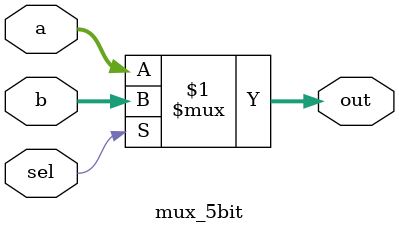
<source format=v>

module mux2_1(
    output out,
    input a,
    input b,
    input sel
);
    assign out = sel ? b : a;
endmodule

module mux_32bit(output [31:0] out, input [31:0] a, input [31:0] b, input sel);
    assign out = sel ? b : a;
endmodule


module mux_5bit(output [4:0] out, input [4:0] a, input [4:0] b, input sel);      
    assign out = sel ? b : a;
    endmodule 
</source>
